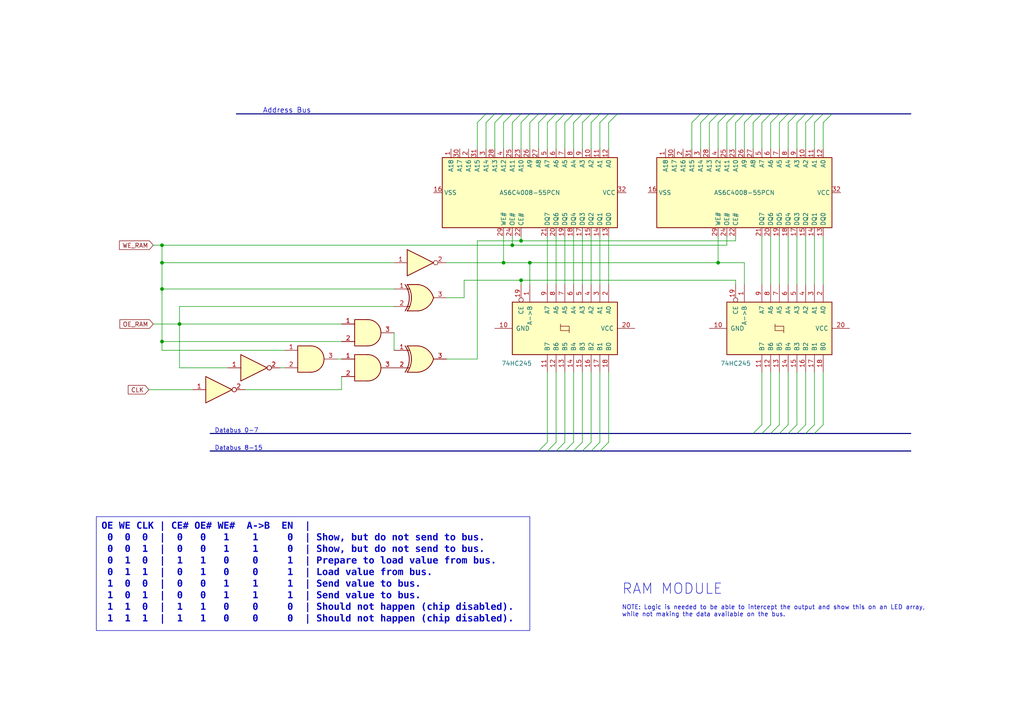
<source format=kicad_sch>
(kicad_sch (version 20230121) (generator eeschema)
  (paper "A4")
  (lib_symbols
    (symbol "74xx:74HC245" (pin_names (offset 1.016))
      (property "Reference" "U" (at -7.62 16.51 0))
      (property "Value" "74HC245" (at -7.62 -16.51 0))
      (symbol "74HC245_1_0"
        (polyline (pts (xy -0.635 -1.27) (xy -0.635 1.27) (xy 0.635 1.27)))
        (polyline (pts (xy -1.27 -1.27) (xy 0.635 -1.27) (xy 0.635 1.27) (xy 1.27 1.27)))
        (pin input line (at -12.7 -10.16 0) (length 5.08) (name "A->B") (number "1"))
        (pin power_in line (at 0 -20.32 90) (length 5.08) (name "GND") (number "10"))
        (pin tri_state line (at 12.7 -5.08 180) (length 5.08) (name "B7") (number "11"))
        (pin tri_state line (at 12.7 -2.54 180) (length 5.08) (name "B6") (number "12"))
        (pin tri_state line (at 12.7 0 180) (length 5.08) (name "B5") (number "13"))
        (pin tri_state line (at 12.7 2.54 180) (length 5.08) (name "B4") (number "14"))
        (pin tri_state line (at 12.7 5.08 180) (length 5.08) (name "B3") (number "15"))
        (pin tri_state line (at 12.7 7.62 180) (length 5.08) (name "B2") (number "16"))
        (pin tri_state line (at 12.7 10.16 180) (length 5.08) (name "B1") (number "17"))
        (pin tri_state line (at 12.7 12.7 180) (length 5.08) (name "B0") (number "18"))
        (pin input inverted (at -12.7 -12.7 0) (length 5.08) (name "CE") (number "19"))
        (pin tri_state line (at -12.7 12.7 0) (length 5.08) (name "A0") (number "2"))
        (pin power_in line (at 0 20.32 270) (length 5.08) (name "VCC") (number "20"))
        (pin tri_state line (at -12.7 10.16 0) (length 5.08) (name "A1") (number "3"))
        (pin tri_state line (at -12.7 7.62 0) (length 5.08) (name "A2") (number "4"))
        (pin tri_state line (at -12.7 5.08 0) (length 5.08) (name "A3") (number "5"))
        (pin tri_state line (at -12.7 2.54 0) (length 5.08) (name "A4") (number "6"))
        (pin tri_state line (at -12.7 0 0) (length 5.08) (name "A5") (number "7"))
        (pin tri_state line (at -12.7 -2.54 0) (length 5.08) (name "A6") (number "8"))
        (pin tri_state line (at -12.7 -5.08 0) (length 5.08) (name "A7") (number "9"))
      )
      (symbol "74HC245_1_1"
        (rectangle (start -7.62 15.24) (end 7.62 -15.24) (stroke (width 0.254)) (fill (type background)))
      )
    )
    (symbol "74xx:74HC86" (pin_names (offset 1.016))
      (property "Reference" "U" (at 0 1.27 0))
      (property "Value" "74HC86" (at 0 -1.27 0))
      (symbol "74HC86_1_0"
        (arc (start -4.4196 -3.81) (mid -3.2033 0) (end -4.4196 3.81) (stroke (width 0.254)))
        (arc (start -3.81 -3.81) (mid -2.589 0) (end -3.81 3.81) (stroke (width 0.254)))
        (arc (start -0.6096 -3.81) (mid 2.1842 -2.5851) (end 3.81 0) (stroke (width 0.254)) (fill (type background)))
        (polyline (pts (xy -3.81 -3.81) (xy -0.635 -3.81)) (stroke (width 0.254)) (fill (type background)))
        (polyline (pts (xy -3.81 3.81) (xy -0.635 3.81)) (stroke (width 0.254)) (fill (type background)))
        (polyline (pts (xy -0.635 3.81) (xy -3.81 3.81) (xy -3.81 3.81) (xy -3.556 3.4036) (xy -3.0226 2.2606) (xy -2.6924 1.0414) (xy -2.6162 -0.254) (xy -2.7686 -1.4986) (xy -3.175 -2.7178) (xy -3.81 -3.81) (xy -3.81 -3.81) (xy -0.635 -3.81)) (stroke (width -25.4)) (fill (type background)))
        (arc (start 3.81 0) (mid 2.1915 2.5936) (end -0.6096 3.81) (stroke (width 0.254)) (fill (type background)))
        (pin input line (at -7.62 2.54 0) (length 4.445) (name "~") (number "1"))
        (pin input line (at -7.62 -2.54 0) (length 4.445) (name "~") (number "2"))
        (pin output line (at 7.62 0 180) (length 3.81) (name "~") (number "3"))
      )
      (symbol "74HC86_1_1"
        (polyline (pts (xy -3.81 -2.54) (xy -3.175 -2.54)) (stroke (width 0.1524)))
        (polyline (pts (xy -3.81 2.54) (xy -3.175 2.54)) (stroke (width 0.1524)))
      )
      (symbol "74HC86_2_0"
        (arc (start -4.4196 -3.81) (mid -3.2033 0) (end -4.4196 3.81) (stroke (width 0.254)))
        (arc (start -3.81 -3.81) (mid -2.589 0) (end -3.81 3.81) (stroke (width 0.254)))
        (arc (start -0.6096 -3.81) (mid 2.1842 -2.5851) (end 3.81 0) (stroke (width 0.254)) (fill (type background)))
        (polyline (pts (xy -3.81 -3.81) (xy -0.635 -3.81)) (stroke (width 0.254)) (fill (type background)))
        (polyline (pts (xy -3.81 3.81) (xy -0.635 3.81)) (stroke (width 0.254)) (fill (type background)))
        (polyline (pts (xy -0.635 3.81) (xy -3.81 3.81) (xy -3.81 3.81) (xy -3.556 3.4036) (xy -3.0226 2.2606) (xy -2.6924 1.0414) (xy -2.6162 -0.254) (xy -2.7686 -1.4986) (xy -3.175 -2.7178) (xy -3.81 -3.81) (xy -3.81 -3.81) (xy -0.635 -3.81)) (stroke (width -25.4)) (fill (type background)))
        (arc (start 3.81 0) (mid 2.1915 2.5936) (end -0.6096 3.81) (stroke (width 0.254)) (fill (type background)))
        (pin input line (at -7.62 2.54 0) (length 4.445) (name "~") (number "4"))
        (pin input line (at -7.62 -2.54 0) (length 4.445) (name "~") (number "5"))
        (pin output line (at 7.62 0 180) (length 3.81) (name "~") (number "6"))
      )
      (symbol "74HC86_2_1"
        (polyline (pts (xy -3.81 -2.54) (xy -3.175 -2.54)) (stroke (width 0.1524)))
        (polyline (pts (xy -3.81 2.54) (xy -3.175 2.54)) (stroke (width 0.1524)))
      )
      (symbol "74HC86_3_0"
        (arc (start -4.4196 -3.81) (mid -3.2033 0) (end -4.4196 3.81) (stroke (width 0.254)))
        (arc (start -3.81 -3.81) (mid -2.589 0) (end -3.81 3.81) (stroke (width 0.254)))
        (arc (start -0.6096 -3.81) (mid 2.1842 -2.5851) (end 3.81 0) (stroke (width 0.254)) (fill (type background)))
        (polyline (pts (xy -3.81 -3.81) (xy -0.635 -3.81)) (stroke (width 0.254)) (fill (type background)))
        (polyline (pts (xy -3.81 3.81) (xy -0.635 3.81)) (stroke (width 0.254)) (fill (type background)))
        (polyline (pts (xy -0.635 3.81) (xy -3.81 3.81) (xy -3.81 3.81) (xy -3.556 3.4036) (xy -3.0226 2.2606) (xy -2.6924 1.0414) (xy -2.6162 -0.254) (xy -2.7686 -1.4986) (xy -3.175 -2.7178) (xy -3.81 -3.81) (xy -3.81 -3.81) (xy -0.635 -3.81)) (stroke (width -25.4)) (fill (type background)))
        (arc (start 3.81 0) (mid 2.1915 2.5936) (end -0.6096 3.81) (stroke (width 0.254)) (fill (type background)))
        (pin input line (at -7.62 -2.54 0) (length 4.445) (name "~") (number "10"))
        (pin output line (at 7.62 0 180) (length 3.81) (name "~") (number "8"))
        (pin input line (at -7.62 2.54 0) (length 4.445) (name "~") (number "9"))
      )
      (symbol "74HC86_3_1"
        (polyline (pts (xy -3.81 -2.54) (xy -3.175 -2.54)) (stroke (width 0.1524)))
        (polyline (pts (xy -3.81 2.54) (xy -3.175 2.54)) (stroke (width 0.1524)))
      )
      (symbol "74HC86_4_0"
        (arc (start -4.4196 -3.81) (mid -3.2033 0) (end -4.4196 3.81) (stroke (width 0.254)))
        (arc (start -3.81 -3.81) (mid -2.589 0) (end -3.81 3.81) (stroke (width 0.254)))
        (arc (start -0.6096 -3.81) (mid 2.1842 -2.5851) (end 3.81 0) (stroke (width 0.254)) (fill (type background)))
        (polyline (pts (xy -3.81 -3.81) (xy -0.635 -3.81)) (stroke (width 0.254)) (fill (type background)))
        (polyline (pts (xy -3.81 3.81) (xy -0.635 3.81)) (stroke (width 0.254)) (fill (type background)))
        (polyline (pts (xy -0.635 3.81) (xy -3.81 3.81) (xy -3.81 3.81) (xy -3.556 3.4036) (xy -3.0226 2.2606) (xy -2.6924 1.0414) (xy -2.6162 -0.254) (xy -2.7686 -1.4986) (xy -3.175 -2.7178) (xy -3.81 -3.81) (xy -3.81 -3.81) (xy -0.635 -3.81)) (stroke (width -25.4)) (fill (type background)))
        (arc (start 3.81 0) (mid 2.1915 2.5936) (end -0.6096 3.81) (stroke (width 0.254)) (fill (type background)))
        (pin output line (at 7.62 0 180) (length 3.81) (name "~") (number "11"))
        (pin input line (at -7.62 2.54 0) (length 4.445) (name "~") (number "12"))
        (pin input line (at -7.62 -2.54 0) (length 4.445) (name "~") (number "13"))
      )
      (symbol "74HC86_4_1"
        (polyline (pts (xy -3.81 -2.54) (xy -3.175 -2.54)) (stroke (width 0.1524)))
        (polyline (pts (xy -3.81 2.54) (xy -3.175 2.54)) (stroke (width 0.1524)))
      )
      (symbol "74HC86_5_0"
        (pin power_in line (at 0 12.7 270) (length 5.08) (name "VCC") (number "14"))
        (pin power_in line (at 0 -12.7 90) (length 5.08) (name "GND") (number "7"))
      )
      (symbol "74HC86_5_1"
        (rectangle (start -5.08 7.62) (end 5.08 -7.62) (stroke (width 0.254)) (fill (type background)))
      )
    )
    (symbol "74xx:74LS04"
      (property "Reference" "U" (at 0 1.27 0))
      (property "Value" "74LS04" (at 0 -1.27 0))
      (symbol "74LS04_1_0"
        (polyline (pts (xy -3.81 3.81) (xy -3.81 -3.81) (xy 3.81 0) (xy -3.81 3.81)) (stroke (width 0.254)) (fill (type background)))
        (pin input line (at -7.62 0 0) (length 3.81) (name "~") (number "1"))
        (pin output inverted (at 7.62 0 180) (length 3.81) (name "~") (number "2"))
      )
      (symbol "74LS04_2_0"
        (polyline (pts (xy -3.81 3.81) (xy -3.81 -3.81) (xy 3.81 0) (xy -3.81 3.81)) (stroke (width 0.254)) (fill (type background)))
        (pin input line (at -7.62 0 0) (length 3.81) (name "~") (number "3"))
        (pin output inverted (at 7.62 0 180) (length 3.81) (name "~") (number "4"))
      )
      (symbol "74LS04_3_0"
        (polyline (pts (xy -3.81 3.81) (xy -3.81 -3.81) (xy 3.81 0) (xy -3.81 3.81)) (stroke (width 0.254)) (fill (type background)))
        (pin input line (at -7.62 0 0) (length 3.81) (name "~") (number "5"))
        (pin output inverted (at 7.62 0 180) (length 3.81) (name "~") (number "6"))
      )
      (symbol "74LS04_4_0"
        (polyline (pts (xy -3.81 3.81) (xy -3.81 -3.81) (xy 3.81 0) (xy -3.81 3.81)) (stroke (width 0.254)) (fill (type background)))
        (pin output inverted (at 7.62 0 180) (length 3.81) (name "~") (number "8"))
        (pin input line (at -7.62 0 0) (length 3.81) (name "~") (number "9"))
      )
      (symbol "74LS04_5_0"
        (polyline (pts (xy -3.81 3.81) (xy -3.81 -3.81) (xy 3.81 0) (xy -3.81 3.81)) (stroke (width 0.254)) (fill (type background)))
        (pin output inverted (at 7.62 0 180) (length 3.81) (name "~") (number "10"))
        (pin input line (at -7.62 0 0) (length 3.81) (name "~") (number "11"))
      )
      (symbol "74LS04_6_0"
        (polyline (pts (xy -3.81 3.81) (xy -3.81 -3.81) (xy 3.81 0) (xy -3.81 3.81)) (stroke (width 0.254)) (fill (type background)))
        (pin output inverted (at 7.62 0 180) (length 3.81) (name "~") (number "12"))
        (pin input line (at -7.62 0 0) (length 3.81) (name "~") (number "13"))
      )
      (symbol "74LS04_7_0"
        (pin power_in line (at 0 12.7 270) (length 5.08) (name "VCC") (number "14"))
        (pin power_in line (at 0 -12.7 90) (length 5.08) (name "GND") (number "7"))
      )
      (symbol "74LS04_7_1"
        (rectangle (start -5.08 7.62) (end 5.08 -7.62) (stroke (width 0.254)) (fill (type background)))
      )
    )
    (symbol "74xx:74LS08" (pin_names (offset 1.016))
      (property "Reference" "U" (at 0 1.27 0))
      (property "Value" "74LS08" (at 0 -1.27 0))
      (symbol "74LS08_1_1"
        (arc (start 0 -3.81) (mid 3.7934 0) (end 0 3.81) (stroke (width 0.254)) (fill (type background)))
        (polyline (pts (xy 0 3.81) (xy -3.81 3.81) (xy -3.81 -3.81) (xy 0 -3.81)) (stroke (width 0.254)) (fill (type background)))
        (pin input line (at -7.62 2.54 0) (length 3.81) (name "~") (number "1"))
        (pin input line (at -7.62 -2.54 0) (length 3.81) (name "~") (number "2"))
        (pin output line (at 7.62 0 180) (length 3.81) (name "~") (number "3"))
      )
      (symbol "74LS08_1_2"
        (arc (start -3.81 -3.81) (mid -2.589 0) (end -3.81 3.81) (stroke (width 0.254)))
        (arc (start -0.6096 -3.81) (mid 2.1842 -2.5851) (end 3.81 0) (stroke (width 0.254)) (fill (type background)))
        (polyline (pts (xy -3.81 -3.81) (xy -0.635 -3.81)) (stroke (width 0.254)) (fill (type background)))
        (polyline (pts (xy -3.81 3.81) (xy -0.635 3.81)) (stroke (width 0.254)) (fill (type background)))
        (polyline (pts (xy -0.635 3.81) (xy -3.81 3.81) (xy -3.81 3.81) (xy -3.556 3.4036) (xy -3.0226 2.2606) (xy -2.6924 1.0414) (xy -2.6162 -0.254) (xy -2.7686 -1.4986) (xy -3.175 -2.7178) (xy -3.81 -3.81) (xy -3.81 -3.81) (xy -0.635 -3.81)) (stroke (width -25.4)) (fill (type background)))
        (arc (start 3.81 0) (mid 2.1915 2.5936) (end -0.6096 3.81) (stroke (width 0.254)) (fill (type background)))
        (pin input inverted (at -7.62 2.54 0) (length 4.318) (name "~") (number "1"))
        (pin input inverted (at -7.62 -2.54 0) (length 4.318) (name "~") (number "2"))
        (pin output inverted (at 7.62 0 180) (length 3.81) (name "~") (number "3"))
      )
      (symbol "74LS08_2_1"
        (arc (start 0 -3.81) (mid 3.7934 0) (end 0 3.81) (stroke (width 0.254)) (fill (type background)))
        (polyline (pts (xy 0 3.81) (xy -3.81 3.81) (xy -3.81 -3.81) (xy 0 -3.81)) (stroke (width 0.254)) (fill (type background)))
        (pin input line (at -7.62 2.54 0) (length 3.81) (name "~") (number "4"))
        (pin input line (at -7.62 -2.54 0) (length 3.81) (name "~") (number "5"))
        (pin output line (at 7.62 0 180) (length 3.81) (name "~") (number "6"))
      )
      (symbol "74LS08_2_2"
        (arc (start -3.81 -3.81) (mid -2.589 0) (end -3.81 3.81) (stroke (width 0.254)))
        (arc (start -0.6096 -3.81) (mid 2.1842 -2.5851) (end 3.81 0) (stroke (width 0.254)) (fill (type background)))
        (polyline (pts (xy -3.81 -3.81) (xy -0.635 -3.81)) (stroke (width 0.254)) (fill (type background)))
        (polyline (pts (xy -3.81 3.81) (xy -0.635 3.81)) (stroke (width 0.254)) (fill (type background)))
        (polyline (pts (xy -0.635 3.81) (xy -3.81 3.81) (xy -3.81 3.81) (xy -3.556 3.4036) (xy -3.0226 2.2606) (xy -2.6924 1.0414) (xy -2.6162 -0.254) (xy -2.7686 -1.4986) (xy -3.175 -2.7178) (xy -3.81 -3.81) (xy -3.81 -3.81) (xy -0.635 -3.81)) (stroke (width -25.4)) (fill (type background)))
        (arc (start 3.81 0) (mid 2.1915 2.5936) (end -0.6096 3.81) (stroke (width 0.254)) (fill (type background)))
        (pin input inverted (at -7.62 2.54 0) (length 4.318) (name "~") (number "4"))
        (pin input inverted (at -7.62 -2.54 0) (length 4.318) (name "~") (number "5"))
        (pin output inverted (at 7.62 0 180) (length 3.81) (name "~") (number "6"))
      )
      (symbol "74LS08_3_1"
        (arc (start 0 -3.81) (mid 3.7934 0) (end 0 3.81) (stroke (width 0.254)) (fill (type background)))
        (polyline (pts (xy 0 3.81) (xy -3.81 3.81) (xy -3.81 -3.81) (xy 0 -3.81)) (stroke (width 0.254)) (fill (type background)))
        (pin input line (at -7.62 -2.54 0) (length 3.81) (name "~") (number "10"))
        (pin output line (at 7.62 0 180) (length 3.81) (name "~") (number "8"))
        (pin input line (at -7.62 2.54 0) (length 3.81) (name "~") (number "9"))
      )
      (symbol "74LS08_3_2"
        (arc (start -3.81 -3.81) (mid -2.589 0) (end -3.81 3.81) (stroke (width 0.254)))
        (arc (start -0.6096 -3.81) (mid 2.1842 -2.5851) (end 3.81 0) (stroke (width 0.254)) (fill (type background)))
        (polyline (pts (xy -3.81 -3.81) (xy -0.635 -3.81)) (stroke (width 0.254)) (fill (type background)))
        (polyline (pts (xy -3.81 3.81) (xy -0.635 3.81)) (stroke (width 0.254)) (fill (type background)))
        (polyline (pts (xy -0.635 3.81) (xy -3.81 3.81) (xy -3.81 3.81) (xy -3.556 3.4036) (xy -3.0226 2.2606) (xy -2.6924 1.0414) (xy -2.6162 -0.254) (xy -2.7686 -1.4986) (xy -3.175 -2.7178) (xy -3.81 -3.81) (xy -3.81 -3.81) (xy -0.635 -3.81)) (stroke (width -25.4)) (fill (type background)))
        (arc (start 3.81 0) (mid 2.1915 2.5936) (end -0.6096 3.81) (stroke (width 0.254)) (fill (type background)))
        (pin input inverted (at -7.62 -2.54 0) (length 4.318) (name "~") (number "10"))
        (pin output inverted (at 7.62 0 180) (length 3.81) (name "~") (number "8"))
        (pin input inverted (at -7.62 2.54 0) (length 4.318) (name "~") (number "9"))
      )
      (symbol "74LS08_4_1"
        (arc (start 0 -3.81) (mid 3.7934 0) (end 0 3.81) (stroke (width 0.254)) (fill (type background)))
        (polyline (pts (xy 0 3.81) (xy -3.81 3.81) (xy -3.81 -3.81) (xy 0 -3.81)) (stroke (width 0.254)) (fill (type background)))
        (pin output line (at 7.62 0 180) (length 3.81) (name "~") (number "11"))
        (pin input line (at -7.62 2.54 0) (length 3.81) (name "~") (number "12"))
        (pin input line (at -7.62 -2.54 0) (length 3.81) (name "~") (number "13"))
      )
      (symbol "74LS08_4_2"
        (arc (start -3.81 -3.81) (mid -2.589 0) (end -3.81 3.81) (stroke (width 0.254)))
        (arc (start -0.6096 -3.81) (mid 2.1842 -2.5851) (end 3.81 0) (stroke (width 0.254)) (fill (type background)))
        (polyline (pts (xy -3.81 -3.81) (xy -0.635 -3.81)) (stroke (width 0.254)) (fill (type background)))
        (polyline (pts (xy -3.81 3.81) (xy -0.635 3.81)) (stroke (width 0.254)) (fill (type background)))
        (polyline (pts (xy -0.635 3.81) (xy -3.81 3.81) (xy -3.81 3.81) (xy -3.556 3.4036) (xy -3.0226 2.2606) (xy -2.6924 1.0414) (xy -2.6162 -0.254) (xy -2.7686 -1.4986) (xy -3.175 -2.7178) (xy -3.81 -3.81) (xy -3.81 -3.81) (xy -0.635 -3.81)) (stroke (width -25.4)) (fill (type background)))
        (arc (start 3.81 0) (mid 2.1915 2.5936) (end -0.6096 3.81) (stroke (width 0.254)) (fill (type background)))
        (pin output inverted (at 7.62 0 180) (length 3.81) (name "~") (number "11"))
        (pin input inverted (at -7.62 2.54 0) (length 4.318) (name "~") (number "12"))
        (pin input inverted (at -7.62 -2.54 0) (length 4.318) (name "~") (number "13"))
      )
      (symbol "74LS08_5_0"
        (pin power_in line (at 0 12.7 270) (length 5.08) (name "VCC") (number "14"))
        (pin power_in line (at 0 -12.7 90) (length 5.08) (name "GND") (number "7"))
      )
      (symbol "74LS08_5_1"
        (rectangle (start -5.08 7.62) (end 5.08 -7.62) (stroke (width 0.254)) (fill (type background)))
      )
    )
    (symbol "Memory_RAM:AS6C4008-55PCN"
      (property "Reference" "U" (at -10.16 26.035 0))
      (property "Value" "AS6C4008-55PCN" (at 2.54 26.035 0))
      (symbol "AS6C4008-55PCN_0_0"
        (pin power_in line (at 0 -27.94 90) (length 2.54) (name "VSS") (number "16"))
        (pin power_in line (at 0 27.94 270) (length 2.54) (name "VCC") (number "32"))
      )
      (symbol "AS6C4008-55PCN_0_1"
        (rectangle (start -10.16 25.4) (end 10.16 -25.4) (stroke (width 0.254)) (fill (type background)))
      )
      (symbol "AS6C4008-55PCN_1_1"
        (pin input line (at -12.7 -22.86 0) (length 2.54) (name "A18") (number "1"))
        (pin input line (at -12.7 17.78 0) (length 2.54) (name "A2") (number "10"))
        (pin input line (at -12.7 20.32 0) (length 2.54) (name "A1") (number "11"))
        (pin input line (at -12.7 22.86 0) (length 2.54) (name "A0") (number "12"))
        (pin tri_state line (at 12.7 22.86 180) (length 2.54) (name "DQ0") (number "13"))
        (pin tri_state line (at 12.7 20.32 180) (length 2.54) (name "DQ1") (number "14"))
        (pin tri_state line (at 12.7 17.78 180) (length 2.54) (name "DQ2") (number "15"))
        (pin tri_state line (at 12.7 15.24 180) (length 2.54) (name "DQ3") (number "17"))
        (pin tri_state line (at 12.7 12.7 180) (length 2.54) (name "DQ4") (number "18"))
        (pin tri_state line (at 12.7 10.16 180) (length 2.54) (name "DQ5") (number "19"))
        (pin input line (at -12.7 -17.78 0) (length 2.54) (name "A16") (number "2"))
        (pin tri_state line (at 12.7 7.62 180) (length 2.54) (name "DQ6") (number "20"))
        (pin tri_state line (at 12.7 5.08 180) (length 2.54) (name "DQ7") (number "21"))
        (pin input line (at 12.7 -2.54 180) (length 2.54) (name "CE#") (number "22"))
        (pin input line (at -12.7 -2.54 0) (length 2.54) (name "A10") (number "23"))
        (pin input line (at 12.7 -5.08 180) (length 2.54) (name "OE#") (number "24"))
        (pin input line (at -12.7 -5.08 0) (length 2.54) (name "A11") (number "25"))
        (pin input line (at -12.7 0 0) (length 2.54) (name "A9") (number "26"))
        (pin input line (at -12.7 2.54 0) (length 2.54) (name "A8") (number "27"))
        (pin input line (at -12.7 -10.16 0) (length 2.54) (name "A13") (number "28"))
        (pin input line (at 12.7 -7.62 180) (length 2.54) (name "WE#") (number "29"))
        (pin input line (at -12.7 -12.7 0) (length 2.54) (name "A14") (number "3"))
        (pin input line (at -12.7 -20.32 0) (length 2.54) (name "A17") (number "30"))
        (pin input line (at -12.7 -15.24 0) (length 2.54) (name "A15") (number "31"))
        (pin input line (at -12.7 -7.62 0) (length 2.54) (name "A12") (number "4"))
        (pin input line (at -12.7 5.08 0) (length 2.54) (name "A7") (number "5"))
        (pin input line (at -12.7 7.62 0) (length 2.54) (name "A6") (number "6"))
        (pin input line (at -12.7 10.16 0) (length 2.54) (name "A5") (number "7"))
        (pin input line (at -12.7 12.7 0) (length 2.54) (name "A4") (number "8"))
        (pin input line (at -12.7 15.24 0) (length 2.54) (name "A3") (number "9"))
      )
    )
  )
  (junction (at 153.67 76.2))
  (junction (at 46.99 71.12))
  (junction (at 146.05 76.2))
  (junction (at 148.59 71.12))
  (junction (at 52.07 93.98))
  (junction (at 46.99 99.06))
  (junction (at 46.99 83.82))
  (junction (at 151.13 81.28))
  (junction (at 208.28 76.2))
  (junction (at 46.99 76.2))
  (junction (at 151.13 69.85))
  (bus_entry (at 171.45 33.02) (size -2.54 2.54))
  (bus_entry (at 151.13 33.02) (size -2.54 2.54))
  (bus_entry (at 226.06 125.73) (size 2.54 -2.54))
  (bus_entry (at 238.76 33.02) (size -2.54 2.54))
  (bus_entry (at 173.99 33.02) (size -2.54 2.54))
  (bus_entry (at 156.21 130.81) (size 2.54 -2.54))
  (bus_entry (at 168.91 33.02) (size -2.54 2.54))
  (bus_entry (at 161.29 130.81) (size 2.54 -2.54))
  (bus_entry (at 140.97 33.02) (size -2.54 2.54))
  (bus_entry (at 241.3 33.02) (size -2.54 2.54))
  (bus_entry (at 228.6 33.02) (size -2.54 2.54))
  (bus_entry (at 205.74 33.02) (size -2.54 2.54))
  (bus_entry (at 231.14 125.73) (size 2.54 -2.54))
  (bus_entry (at 203.2 33.02) (size -2.54 2.54))
  (bus_entry (at 223.52 33.02) (size -2.54 2.54))
  (bus_entry (at 236.22 125.73) (size 2.54 -2.54))
  (bus_entry (at 236.22 33.02) (size -2.54 2.54))
  (bus_entry (at 161.29 33.02) (size -2.54 2.54))
  (bus_entry (at 223.52 125.73) (size 2.54 -2.54))
  (bus_entry (at 163.83 130.81) (size 2.54 -2.54))
  (bus_entry (at 176.53 33.02) (size -2.54 2.54))
  (bus_entry (at 218.44 125.73) (size 2.54 -2.54))
  (bus_entry (at 233.68 125.73) (size 2.54 -2.54))
  (bus_entry (at 233.68 33.02) (size -2.54 2.54))
  (bus_entry (at 158.75 33.02) (size -2.54 2.54))
  (bus_entry (at 166.37 33.02) (size -2.54 2.54))
  (bus_entry (at 220.98 33.02) (size -2.54 2.54))
  (bus_entry (at 166.37 130.81) (size 2.54 -2.54))
  (bus_entry (at 156.21 33.02) (size -2.54 2.54))
  (bus_entry (at 218.44 33.02) (size -2.54 2.54))
  (bus_entry (at 153.67 33.02) (size -2.54 2.54))
  (bus_entry (at 210.82 33.02) (size -2.54 2.54))
  (bus_entry (at 168.91 130.81) (size 2.54 -2.54))
  (bus_entry (at 228.6 125.73) (size 2.54 -2.54))
  (bus_entry (at 208.28 33.02) (size -2.54 2.54))
  (bus_entry (at 173.99 130.81) (size 2.54 -2.54))
  (bus_entry (at 220.98 125.73) (size 2.54 -2.54))
  (bus_entry (at 213.36 33.02) (size -2.54 2.54))
  (bus_entry (at 146.05 33.02) (size -2.54 2.54))
  (bus_entry (at 148.59 33.02) (size -2.54 2.54))
  (bus_entry (at 143.51 33.02) (size -2.54 2.54))
  (bus_entry (at 215.9 33.02) (size -2.54 2.54))
  (bus_entry (at 163.83 33.02) (size -2.54 2.54))
  (bus_entry (at 226.06 33.02) (size -2.54 2.54))
  (bus_entry (at 231.14 33.02) (size -2.54 2.54))
  (bus_entry (at 158.75 130.81) (size 2.54 -2.54))
  (bus_entry (at 179.07 33.02) (size -2.54 2.54))
  (bus_entry (at 171.45 130.81) (size 2.54 -2.54))
  (wire (pts (xy 228.6 107.95) (xy 228.6 123.19)))
  (bus (pts (xy 156.21 33.02) (xy 158.75 33.02)))
  (wire (pts (xy 148.59 35.56) (xy 148.59 43.18)))
  (wire (pts (xy 168.91 107.95) (xy 168.91 128.27)))
  (wire (pts (xy 99.06 104.14) (xy 97.79 104.14)))
  (wire (pts (xy 46.99 99.06) (xy 46.99 101.6)))
  (wire (pts (xy 205.74 35.56) (xy 205.74 43.18)))
  (bus (pts (xy 146.05 33.02) (xy 148.59 33.02)))
  (bus (pts (xy 231.14 125.73) (xy 233.68 125.73)))
  (wire (pts (xy 134.62 86.36) (xy 129.54 86.36)))
  (wire (pts (xy 99.06 109.22) (xy 99.06 113.03)))
  (wire (pts (xy 223.52 107.95) (xy 223.52 123.19)))
  (bus (pts (xy 161.29 130.81) (xy 163.83 130.81)))
  (wire (pts (xy 166.37 107.95) (xy 166.37 128.27)))
  (bus (pts (xy 166.37 130.81) (xy 168.91 130.81)))
  (wire (pts (xy 213.36 35.56) (xy 213.36 43.18)))
  (wire (pts (xy 134.62 86.36) (xy 134.62 81.28)))
  (wire (pts (xy 138.43 69.85) (xy 138.43 104.14)))
  (wire (pts (xy 208.28 68.58) (xy 208.28 76.2)))
  (bus (pts (xy 228.6 33.02) (xy 231.14 33.02)))
  (bus (pts (xy 220.98 125.73) (xy 223.52 125.73)))
  (bus (pts (xy 173.99 33.02) (xy 176.53 33.02)))
  (bus (pts (xy 233.68 125.73) (xy 236.22 125.73)))
  (wire (pts (xy 129.54 76.2) (xy 146.05 76.2)))
  (bus (pts (xy 241.3 33.02) (xy 264.16 33.02)))
  (wire (pts (xy 151.13 81.28) (xy 151.13 82.55)))
  (wire (pts (xy 226.06 35.56) (xy 226.06 43.18)))
  (wire (pts (xy 138.43 35.56) (xy 138.43 43.18)))
  (wire (pts (xy 238.76 35.56) (xy 238.76 43.18)))
  (wire (pts (xy 148.59 68.58) (xy 148.59 71.12)))
  (bus (pts (xy 166.37 33.02) (xy 168.91 33.02)))
  (wire (pts (xy 176.53 35.56) (xy 176.53 43.18)))
  (bus (pts (xy 223.52 125.73) (xy 226.06 125.73)))
  (wire (pts (xy 129.54 104.14) (xy 138.43 104.14)))
  (wire (pts (xy 153.67 35.56) (xy 153.67 43.18)))
  (wire (pts (xy 52.07 88.9) (xy 114.3 88.9)))
  (wire (pts (xy 223.52 35.56) (xy 223.52 43.18)))
  (bus (pts (xy 140.97 33.02) (xy 143.51 33.02)))
  (wire (pts (xy 173.99 68.58) (xy 173.99 82.55)))
  (wire (pts (xy 156.21 35.56) (xy 156.21 43.18)))
  (bus (pts (xy 161.29 33.02) (xy 163.83 33.02)))
  (wire (pts (xy 46.99 83.82) (xy 46.99 99.06)))
  (wire (pts (xy 146.05 76.2) (xy 153.67 76.2)))
  (wire (pts (xy 52.07 106.68) (xy 66.04 106.68)))
  (wire (pts (xy 148.59 71.12) (xy 210.82 71.12)))
  (wire (pts (xy 52.07 93.98) (xy 99.06 93.98)))
  (wire (pts (xy 82.55 101.6) (xy 46.99 101.6)))
  (wire (pts (xy 151.13 81.28) (xy 213.36 81.28)))
  (bus (pts (xy 238.76 33.02) (xy 241.3 33.02)))
  (wire (pts (xy 163.83 107.95) (xy 163.83 128.27)))
  (bus (pts (xy 213.36 33.02) (xy 215.9 33.02)))
  (wire (pts (xy 151.13 69.85) (xy 138.43 69.85)))
  (bus (pts (xy 68.58 33.02) (xy 140.97 33.02)))
  (bus (pts (xy 205.74 33.02) (xy 208.28 33.02)))
  (wire (pts (xy 220.98 35.56) (xy 220.98 43.18)))
  (bus (pts (xy 148.59 33.02) (xy 151.13 33.02)))
  (wire (pts (xy 238.76 107.95) (xy 238.76 123.19)))
  (wire (pts (xy 158.75 68.58) (xy 158.75 82.55)))
  (wire (pts (xy 228.6 68.58) (xy 228.6 82.55)))
  (bus (pts (xy 151.13 33.02) (xy 153.67 33.02)))
  (wire (pts (xy 52.07 93.98) (xy 52.07 106.68)))
  (wire (pts (xy 215.9 76.2) (xy 215.9 82.55)))
  (wire (pts (xy 203.2 35.56) (xy 203.2 43.18)))
  (bus (pts (xy 143.51 33.02) (xy 146.05 33.02)))
  (wire (pts (xy 236.22 35.56) (xy 236.22 43.18)))
  (wire (pts (xy 173.99 35.56) (xy 173.99 43.18)))
  (wire (pts (xy 233.68 107.95) (xy 233.68 123.19)))
  (wire (pts (xy 171.45 107.95) (xy 171.45 128.27)))
  (bus (pts (xy 236.22 125.73) (xy 264.16 125.73)))
  (wire (pts (xy 99.06 113.03) (xy 71.12 113.03)))
  (wire (pts (xy 213.36 69.85) (xy 213.36 68.58)))
  (wire (pts (xy 43.18 113.03) (xy 55.88 113.03)))
  (wire (pts (xy 161.29 35.56) (xy 161.29 43.18)))
  (bus (pts (xy 60.96 130.81) (xy 156.21 130.81)))
  (wire (pts (xy 171.45 35.56) (xy 171.45 43.18)))
  (wire (pts (xy 208.28 76.2) (xy 215.9 76.2)))
  (bus (pts (xy 226.06 33.02) (xy 228.6 33.02)))
  (bus (pts (xy 158.75 33.02) (xy 161.29 33.02)))
  (wire (pts (xy 46.99 83.82) (xy 114.3 83.82)))
  (bus (pts (xy 156.21 130.81) (xy 158.75 130.81)))
  (wire (pts (xy 166.37 68.58) (xy 166.37 82.55)))
  (wire (pts (xy 44.45 71.12) (xy 46.99 71.12)))
  (wire (pts (xy 161.29 68.58) (xy 161.29 82.55)))
  (wire (pts (xy 236.22 107.95) (xy 236.22 123.19)))
  (wire (pts (xy 153.67 76.2) (xy 153.67 82.55)))
  (wire (pts (xy 140.97 35.56) (xy 140.97 43.18)))
  (wire (pts (xy 146.05 35.56) (xy 146.05 43.18)))
  (wire (pts (xy 200.66 35.56) (xy 200.66 43.18)))
  (wire (pts (xy 158.75 107.95) (xy 158.75 128.27)))
  (bus (pts (xy 168.91 33.02) (xy 171.45 33.02)))
  (wire (pts (xy 233.68 35.56) (xy 233.68 43.18)))
  (wire (pts (xy 238.76 68.58) (xy 238.76 82.55)))
  (wire (pts (xy 151.13 68.58) (xy 151.13 69.85)))
  (bus (pts (xy 226.06 125.73) (xy 228.6 125.73)))
  (wire (pts (xy 166.37 35.56) (xy 166.37 43.18)))
  (wire (pts (xy 176.53 107.95) (xy 176.53 128.27)))
  (wire (pts (xy 153.67 76.2) (xy 208.28 76.2)))
  (wire (pts (xy 52.07 93.98) (xy 52.07 88.9)))
  (wire (pts (xy 176.53 68.58) (xy 176.53 82.55)))
  (bus (pts (xy 179.07 33.02) (xy 203.2 33.02)))
  (wire (pts (xy 213.36 81.28) (xy 213.36 82.55)))
  (wire (pts (xy 151.13 35.56) (xy 151.13 43.18)))
  (bus (pts (xy 223.52 33.02) (xy 226.06 33.02)))
  (bus (pts (xy 203.2 33.02) (xy 205.74 33.02)))
  (wire (pts (xy 46.99 76.2) (xy 46.99 83.82)))
  (bus (pts (xy 171.45 130.81) (xy 173.99 130.81)))
  (bus (pts (xy 153.67 33.02) (xy 156.21 33.02)))
  (wire (pts (xy 233.68 68.58) (xy 233.68 82.55)))
  (wire (pts (xy 173.99 107.95) (xy 173.99 128.27)))
  (wire (pts (xy 151.13 69.85) (xy 213.36 69.85)))
  (bus (pts (xy 218.44 33.02) (xy 220.98 33.02)))
  (wire (pts (xy 236.22 68.58) (xy 236.22 82.55)))
  (bus (pts (xy 168.91 130.81) (xy 171.45 130.81)))
  (wire (pts (xy 231.14 35.56) (xy 231.14 43.18)))
  (bus (pts (xy 210.82 33.02) (xy 213.36 33.02)))
  (wire (pts (xy 168.91 35.56) (xy 168.91 43.18)))
  (bus (pts (xy 60.96 125.73) (xy 218.44 125.73)))
  (wire (pts (xy 168.91 68.58) (xy 168.91 82.55)))
  (wire (pts (xy 208.28 35.56) (xy 208.28 43.18)))
  (wire (pts (xy 226.06 68.58) (xy 226.06 82.55)))
  (bus (pts (xy 233.68 33.02) (xy 236.22 33.02)))
  (wire (pts (xy 81.28 106.68) (xy 82.55 106.68)))
  (wire (pts (xy 226.06 107.95) (xy 226.06 123.19)))
  (bus (pts (xy 173.99 130.81) (xy 264.16 130.81)))
  (wire (pts (xy 223.52 68.58) (xy 223.52 82.55)))
  (wire (pts (xy 46.99 99.06) (xy 99.06 99.06)))
  (wire (pts (xy 228.6 35.56) (xy 228.6 43.18)))
  (wire (pts (xy 171.45 68.58) (xy 171.45 82.55)))
  (wire (pts (xy 231.14 68.58) (xy 231.14 82.55)))
  (wire (pts (xy 218.44 35.56) (xy 218.44 43.18)))
  (wire (pts (xy 210.82 71.12) (xy 210.82 68.58)))
  (bus (pts (xy 163.83 33.02) (xy 166.37 33.02)))
  (wire (pts (xy 46.99 71.12) (xy 148.59 71.12)))
  (bus (pts (xy 215.9 33.02) (xy 218.44 33.02)))
  (bus (pts (xy 231.14 33.02) (xy 233.68 33.02)))
  (wire (pts (xy 231.14 107.95) (xy 231.14 123.19)))
  (wire (pts (xy 143.51 35.56) (xy 143.51 43.18)))
  (wire (pts (xy 146.05 68.58) (xy 146.05 76.2)))
  (wire (pts (xy 161.29 107.95) (xy 161.29 128.27)))
  (bus (pts (xy 163.83 130.81) (xy 166.37 130.81)))
  (wire (pts (xy 215.9 35.56) (xy 215.9 43.18)))
  (wire (pts (xy 46.99 76.2) (xy 114.3 76.2)))
  (wire (pts (xy 220.98 107.95) (xy 220.98 123.19)))
  (wire (pts (xy 163.83 68.58) (xy 163.83 82.55)))
  (wire (pts (xy 44.45 93.98) (xy 52.07 93.98)))
  (wire (pts (xy 46.99 71.12) (xy 46.99 76.2)))
  (bus (pts (xy 218.44 125.73) (xy 220.98 125.73)))
  (bus (pts (xy 171.45 33.02) (xy 173.99 33.02)))
  (wire (pts (xy 158.75 35.56) (xy 158.75 43.18)))
  (wire (pts (xy 134.62 81.28) (xy 151.13 81.28)))
  (wire (pts (xy 114.3 96.52) (xy 114.3 101.6)))
  (bus (pts (xy 220.98 33.02) (xy 223.52 33.02)))
  (bus (pts (xy 208.28 33.02) (xy 210.82 33.02)))
  (bus (pts (xy 176.53 33.02) (xy 179.07 33.02)))
  (bus (pts (xy 228.6 125.73) (xy 231.14 125.73)))
  (wire (pts (xy 210.82 35.56) (xy 210.82 43.18)))
  (wire (pts (xy 163.83 35.56) (xy 163.83 43.18)))
  (bus (pts (xy 236.22 33.02) (xy 238.76 33.02)))
  (wire (pts (xy 220.98 68.58) (xy 220.98 82.55)))
  (bus (pts (xy 158.75 130.81) (xy 161.29 130.81)))
  (text_box "OE WE CLK | CE# OE# WE#  A->B  EN  |\n 0  0  0  |  0   0   1    1     0  | Show, but do not send to bus.\n 0  0  1  |  0   0   1    1     0  | Show, but do not send to bus.\n 0  1  0  |  1   1   0    0     1  | Prepare to load value from bus.\n 0  1  1  |  0   1   0    0     1  | Load value from bus.\n 1  0  0  |  0   0   1    1     1  | Send value to bus.\n 1  0  1  |  0   0   1    1     1  | Send value to bus.\n 1  1  0  |  1   1   0    0     0  | Should not happen (chip disabled).\n 1  1  1  |  1   1   0    0     0  | Should not happen (chip disabled)." (at 27.94 149.86 0) (size 125.73 33.02) (effects (font (size 2 2) (thickness 0.4) bold) (justify left top)))
  (text "RAM MODULE" (at 180.34 172.72 0) (effects (font (size 3 3)) (justify left bottom)))
  (text "NOTE: Logic is needed to be able to intercept the output and show this on an LED array, \nwhile not making the data available on the bus." (at 180.34 179.07 0) (effects (font (size 1.27 1.27)) (justify left bottom)))
  (text "Databus 0-7" (at 62.23 125.73 0) (effects (font (size 1.27 1.27)) (justify left bottom)))
  (text "Databus 8-15" (at 62.23 130.81 0) (effects (font (size 1.27 1.27)) (justify left bottom)))
  (text "Address Bus" (at 76.2 33.02 0) (effects (font (size 1.5 1.5)) (justify left bottom)))
  (global_label "WE_RAM" (shape input) (at 44.45 71.12 180) (property "Intersheetrefs" "${INTERSHEET_REFS}" (effects hide)))
  (global_label "CLK" (shape input) (at 43.18 113.03 180) (property "Intersheetrefs" "${INTERSHEET_REFS}" (effects hide)))
  (global_label "OE_RAM" (shape input) (at 44.45 93.98 180) (property "Intersheetrefs" "${INTERSHEET_REFS}" (effects hide)))
  (symbol (lib_id "74xx:74LS08") (at 106.68 96.52 0) (unit 1)
    (property "Reference" "U8" (effects hide))
    (property "Value" "74LS08" (effects hide))
    (property "Datasheet" "http://www.ti.com/lit/gpn/sn74LS08" (effects hide))
  )
  (symbol (lib_id "74xx:74LS04") (at 121.92 76.2 0) (unit 1)
    (property "Reference" "U5" (effects hide))
    (property "Value" "74LS04" (effects hide))
    (property "Datasheet" "http://www.ti.com/lit/gpn/sn74LS04" (effects hide))
  )
  (symbol (lib_id "74xx:74LS08") (at 90.17 104.14 0) (unit 1)
    (property "Reference" "U11" (effects hide))
    (property "Value" "74LS08" (effects hide))
    (property "Datasheet" "http://www.ti.com/lit/gpn/sn74LS08" (effects hide))
  )
  (symbol (lib_id "74xx:74HC245") (at 226.06 95.25 270) (unit 1)
    (property "Reference" "U4" (effects hide))
    (property "Value" "74HC245" (at 213.36 105.41 90))
    (property "Datasheet" "http://www.ti.com/lit/gpn/sn74HC245" (effects hide))
  )
  (symbol (lib_id "74xx:74HC245") (at 163.83 95.25 270) (unit 1)
    (property "Reference" "U3" (effects hide))
    (property "Value" "74HC245" (at 149.86 105.41 90))
    (property "Datasheet" "http://www.ti.com/lit/gpn/sn74HC245" (effects hide))
  )
  (symbol (lib_id "Memory_RAM:AS6C4008-55PCN") (at 215.9 55.88 270) (unit 1)
    (property "Reference" "U1" (effects hide))
    (property "Value" "AS6C4008-55PCN" (at 215.9 55.88 90))
    (property "Footprint" "Package_DIP:DIP-32_W15.24mm" (effects hide))
    (property "Datasheet" "https://www.alliancememory.com/wp-content/uploads/pdf/AS6C4008.pdf" (effects hide))
  )
  (symbol (lib_id "74xx:74HC86") (at 121.92 104.14 0) (unit 1)
    (property "Reference" "U7" (effects hide))
    (property "Value" "74HC86" (effects hide))
    (property "Datasheet" "http://www.ti.com/lit/gpn/sn74HC86" (effects hide))
  )
  (symbol (lib_id "74xx:74LS04") (at 63.5 113.03 0) (unit 1)
    (property "Reference" "U10" (effects hide))
    (property "Value" "74LS04" (effects hide))
    (property "Datasheet" "http://www.ti.com/lit/gpn/sn74LS04" (effects hide))
  )
  (symbol (lib_id "74xx:74LS04") (at 73.66 106.68 0) (unit 1)
    (property "Reference" "U12" (effects hide))
    (property "Value" "74LS04" (effects hide))
    (property "Datasheet" "http://www.ti.com/lit/gpn/sn74LS04" (effects hide))
  )
  (symbol (lib_id "Memory_RAM:AS6C4008-55PCN") (at 153.67 55.88 270) (unit 1)
    (property "Reference" "U2" (effects hide))
    (property "Value" "AS6C4008-55PCN" (at 153.67 55.88 90))
    (property "Footprint" "Package_DIP:DIP-32_W15.24mm" (effects hide))
    (property "Datasheet" "https://www.alliancememory.com/wp-content/uploads/pdf/AS6C4008.pdf" (effects hide))
  )
  (symbol (lib_id "74xx:74LS08") (at 106.68 106.68 0) (unit 1)
    (property "Reference" "U9" (effects hide))
    (property "Value" "74LS08" (effects hide))
    (property "Datasheet" "http://www.ti.com/lit/gpn/sn74LS08" (effects hide))
  )
  (symbol (lib_id "74xx:74HC86") (at 121.92 86.36 0) (unit 1)
    (property "Reference" "U6" (effects hide))
    (property "Value" "74HC86" (effects hide))
    (property "Datasheet" "http://www.ti.com/lit/gpn/sn74HC86" (effects hide))
  )
)
</source>
